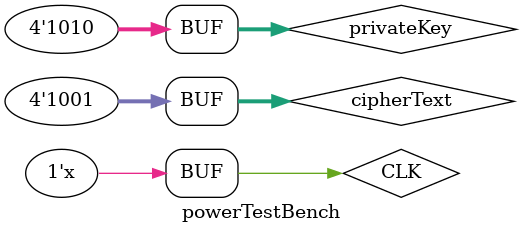
<source format=v>
module powerTestBench;
reg CLK;
reg[3:0] privateKey, cipherText;
wire [7:0] Prod;
wire enDiv;

//cipherDecode  i0(.cipherText(cipherText), .privateKey(privateKey), .CLK(clk), .Prod(Prod), .enDiv(enDiv));
cipherDecode  i0(cipherText, privateKey, CLK, Prod, enDiv);
initial begin
	cipherText = 4'b1001;
	privateKey = 4'b1010;	
	CLK = 0;
end	
always #20 CLK = !CLK;

endmodule

</source>
